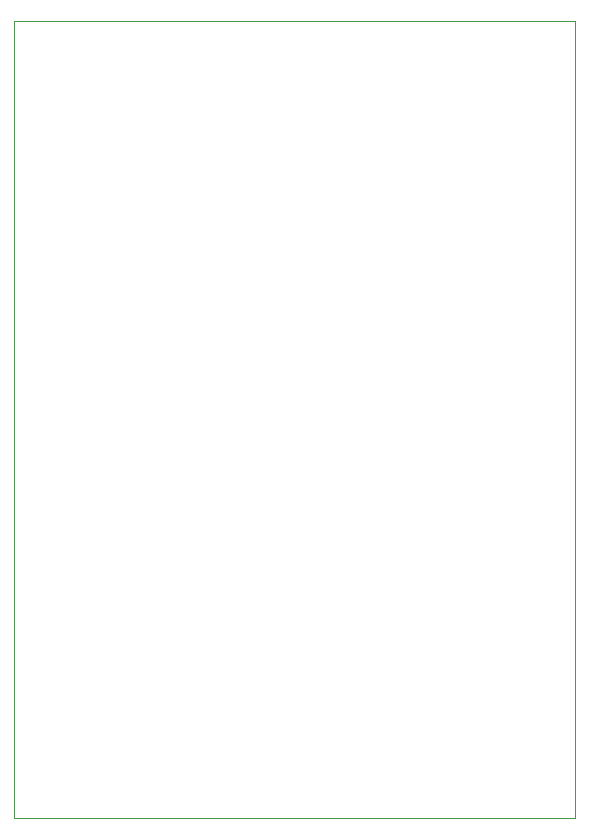
<source format=gbr>
%TF.GenerationSoftware,KiCad,Pcbnew,5.1.10-88a1d61d58~90~ubuntu21.04.1*%
%TF.CreationDate,2021-09-21T22:53:32+02:00*%
%TF.ProjectId,microphone-preamp,6d696372-6f70-4686-9f6e-652d70726561,v1.0.0*%
%TF.SameCoordinates,Original*%
%TF.FileFunction,Profile,NP*%
%FSLAX46Y46*%
G04 Gerber Fmt 4.6, Leading zero omitted, Abs format (unit mm)*
G04 Created by KiCad (PCBNEW 5.1.10-88a1d61d58~90~ubuntu21.04.1) date 2021-09-21 22:53:32*
%MOMM*%
%LPD*%
G01*
G04 APERTURE LIST*
%TA.AperFunction,Profile*%
%ADD10C,0.050000*%
%TD*%
G04 APERTURE END LIST*
D10*
X169000000Y-126000000D02*
X169000000Y-58500000D01*
X121500000Y-126000000D02*
X169000000Y-126000000D01*
X121500000Y-125500000D02*
X121500000Y-126000000D01*
X121500000Y-58500000D02*
X121500000Y-125500000D01*
X169000000Y-58500000D02*
X121500000Y-58500000D01*
M02*

</source>
